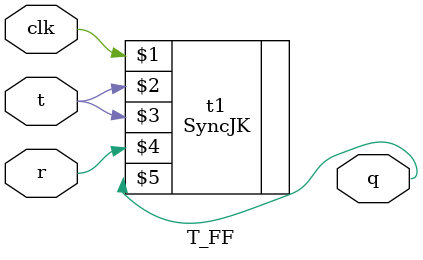
<source format=v>
module T_FF(clk,t,r,q);
input clk,t,r;
output q;

SyncJK t1(clk,t,t,r,q);
endmodule

</source>
